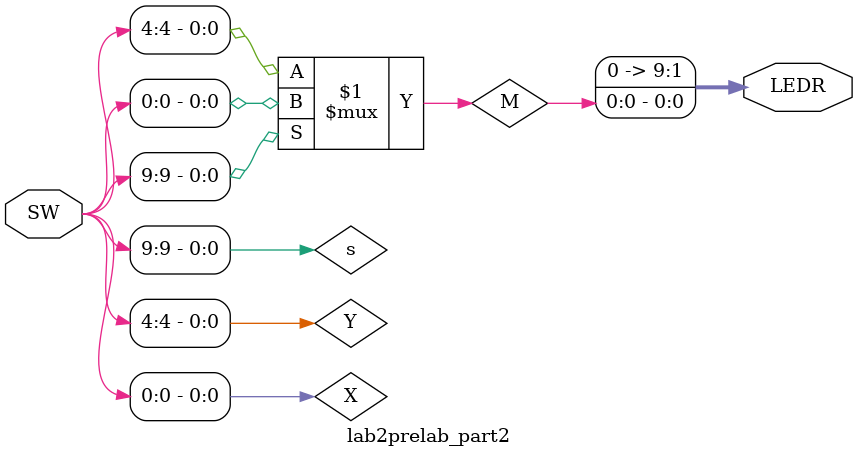
<source format=v>
module lab2prelab_part2 (SW, LEDR);
	input [9:0] SW;
	output [9:0] LEDR;
	
	wire X;
	wire Y;
	wire s;
	wire M;
	assign X = SW[3:0];
	assign Y = SW[7:4];
	assign s = SW[9];
	assign M = s ? X : Y;
	
	assign LEDR = M;
endmodule


</source>
